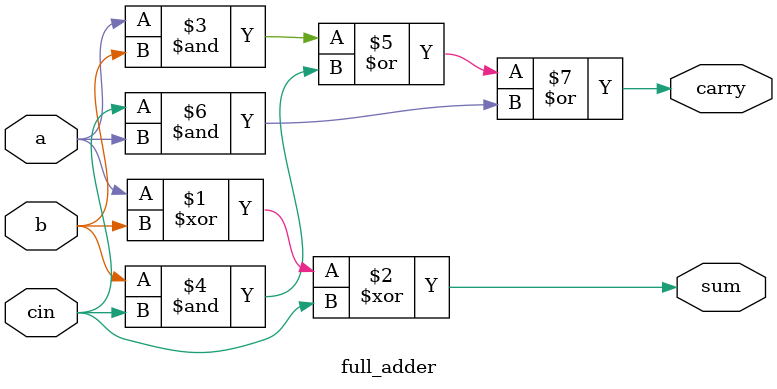
<source format=sv>
`include "../define/array_mul.svh"

module array_multiplier_datapath (
    input logic clk,
    input logic reset,
    input logic start_tx,
    input logic counted_15,
    input logic dst_ready,
    input logic [width-1:0] multiplier,
    input logic [width-1:0] multiplicand,
    output logic counted,
    output logic get_output,
    output logic [result_width-1:0] product
);

logic piso_out;
logic [width-1:0] sixteen_bit_muxout;
logic [result_width-1:0] pipo_out;
logic [result_width-1:0] sign_extented, twos_compliment, thirtytwo_bit_muxout, shifted_out;
logic [3:0] counter_value; // Assuming 4-bit counter
logic [result_width-1:0] carry_pp, sum_pp,pipo_mux_out,zero_muxout,product_pp;

piso #(.width(width)) PISO (
    .clk(clk),
    .reset(reset),
    .multiplier(multiplier),
    .start_tx(start_tx),
    .out(piso_out)
);

mux #(.width(width)) Sixteen_bit_Mux (
    .a(16'b0),
    .b(multiplicand),
    .sel(piso_out),
    .out(sixteen_bit_muxout)
);

// 32-bit sign extension
always_comb begin
    sign_extented = {{(result_width - width){sixteen_bit_muxout[width-1]}}, sixteen_bit_muxout};
end

// Two's Complement
always_comb begin 
    twos_compliment = (~sign_extented) + 1;
end

mux #(.width(result_width)) thirtytwo_bit_Mux (
    .a(sign_extented),
    .b(twos_compliment),
    .sel(counted_15),
    .out(thirtytwo_bit_muxout)
);

mux #(.width(result_width)) zero_out_Mux (
    .a(thirtytwo_bit_muxout),
    .b(32'b0),
    .sel(get_output),
    .out(zero_muxout)
);



// Left shifting
always_comb begin 
    shifted_out = zero_muxout << counter_value;
end

// 32-bit Carry Adder
generate
    genvar i;
    for (i = 0; i < result_width; i++) begin 
        if (i == 0) begin
            full_adder FA(
                .a(shifted_out[i]),
                .b(pipo_mux_out[i]),
                .cin(1'b0),
                .sum(sum_pp[i]),
                .carry(carry_pp[i])
            );
        end else begin
            full_adder FA(
                .a(shifted_out[i]),
                .b(pipo_mux_out[i]),
                .cin(carry_pp[i-1]),
                .sum(sum_pp[i]),
                .carry(carry_pp[i])
            );
        end
    end
endgenerate

pipo #(.width(result_width)) PIPO (
    .clk(clk),
    .reset(reset),
    .counted_15(counted_15),
    .in(sum_pp),
    .get_output(get_output),
    .out(pipo_out),.product_pp(product_pp)
);




mux #(.width(result_width)) PIPO_Mux (
    .a(pipo_out),
    .b(32'b0),
    .sel(get_output),
    .out(pipo_mux_out)
);

/*/ Show the product when get_output signal becomes one
always_comb begin 
    if (get_output) begin
        product = pipo_out;
        
        
    end else begin
        product = 'h0;
       end
end

*/

always_comb begin
    if (get_output |  dst_ready)begin
        product = product_pp;
    end
    else begin
        product = 0;
    end
end

counter counter_instance (
    .clk(clk),
    .reset(reset),
    .start_tx(start_tx),
    .counted(counted),
    .counter_value(counter_value) // Assuming 4-bit counter
);

endmodule


/////////////////////////////////////////////////////////////////////////////////////////////////////////////////////////////////////////////////////////////

module pipo #(
    parameter width = 32 // Default width, can be set during instantiation
)(
    input logic     clk,reset,
    input logic     counted_15,     
    input logic     [width-1:0]in,
    output logic    get_output,
    output logic    [width-1:0]out,product_pp 
);

always_ff @( posedge clk or negedge reset ) begin 

    if (!reset)begin
        get_output <= 'h0;
        out <= 'h0;
        product_pp <= 'h0;
    end
    else begin
        if (counted_15 )begin
            get_output <= 1'b1;
            product_pp <= in;
            out <= in;
        end

        else begin
            out <= in ;
            get_output <= 1'b0;
        end
    end
    
end
    
endmodule


///////////////////////////////////////////////////////////////////////////////////////////////////////////////////////////////////////////////////////////

module piso #(
    parameter width = 16 // Default width, can be set during instantiation
)(
    input logic clk,
    input logic reset,
    input logic [width-1:0] multiplier,
    input logic start_tx,
    output logic out 
);

logic [width-1:0] q;
logic shifting; // State flag to indicate ongoing shifting

always_ff @(posedge clk or negedge reset) begin
    if (!reset) begin
        q <= 'h0;
        out <= 'h0;
        shifting <= 1'b0;
    end else if (start_tx) begin
        if (!shifting) begin
            q <= multiplier; // Load the multiplier
            out <= multiplier[0]; // Output the LSB immediately
            shifting <= 1'b1; // Start shifting
        end else begin
            q <= q >> 1; // Shift right
            out <= q[1]; // Output the next LSB
        end
    end else begin
        shifting <= 1'b0; // Stop shifting when start_tx is not asserted
        out <= 'h0; // Default output when not shifting
    end
end

endmodule


///////////////////////////////////////////////////////////////////////////////////////////////////////////////////////////////////////////////////

// MUX 
module mux #(
    parameter width = 16 // Default width, can be set during instantiation
)(
    input logic     [width-1:0]a,b,
    input logic     sel,
    output logic    [width-1:0]out
);

always_comb begin 

    case (sel)
        
       1'b0 : out = a;
       1'b1 : out = b;

        default: out = 'hx;

    endcase
    
end

endmodule

////////////////////////////////////////////////////////////////////////////////////////////////////////////////////////////////////////////////

module counter (
    input logic     clk,
    input logic     reset,
    input logic     start_tx,
    output logic    counted,
    output logic    [3:0] counter_value // Assuming 4-bit counter
);

logic [3:0] counter; // 4-bit counter register
logic start_flag;    // Flag to indicate counting has started

always_ff @(posedge clk or negedge reset) begin
    if (!reset) begin
        counter <= 4'b0;
        counter_value <= 4'b0;
        counted <= 1'b0;
        start_flag <= 1'b0;
    end else begin
        if (start_tx && !start_flag) begin
            // Start counting immediately when start_tx is asserted
            counter <= 4'b0; // Reset counter to 0
            counter_value <= counter;
            counter <= counter+1;
            start_flag <= 1'b1; // Set flag to indicate counting has started
            counted <= 1'b0;
        end else if (start_flag) begin
            if (counter == 4'b1111) begin
                counted <= 1'b1;
                counter_value <= counter;
                start_flag <= 1'b0; // Reset start flag after counting completes
                counter <= 'h0;
            end else begin
                counter <= counter + 1; // Increment counter by one
                counter_value <= counter;
                counted <= 1'b0;
            end
        end
    end
end

endmodule

////////////////////////////////////////////////////////////////////////////////////////////////////////////////////////////////////////

// FULL ADDER Module 
module full_adder (
    input logic a,
    input logic b,
    input logic cin,
    output logic sum,
    output logic carry
);
    assign sum = a ^ b ^ cin;
    assign carry = (a & b) | (b & cin) | (cin & a);
endmodule

</source>
